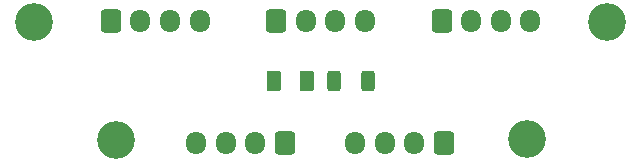
<source format=gts>
%TF.GenerationSoftware,KiCad,Pcbnew,8.0.2*%
%TF.CreationDate,2024-12-05T13:35:58-07:00*%
%TF.ProjectId,cansplitterV3,63616e73-706c-4697-9474-657256332e6b,rev?*%
%TF.SameCoordinates,Original*%
%TF.FileFunction,Soldermask,Top*%
%TF.FilePolarity,Negative*%
%FSLAX46Y46*%
G04 Gerber Fmt 4.6, Leading zero omitted, Abs format (unit mm)*
G04 Created by KiCad (PCBNEW 8.0.2) date 2024-12-05 13:35:58*
%MOMM*%
%LPD*%
G01*
G04 APERTURE LIST*
G04 Aperture macros list*
%AMRoundRect*
0 Rectangle with rounded corners*
0 $1 Rounding radius*
0 $2 $3 $4 $5 $6 $7 $8 $9 X,Y pos of 4 corners*
0 Add a 4 corners polygon primitive as box body*
4,1,4,$2,$3,$4,$5,$6,$7,$8,$9,$2,$3,0*
0 Add four circle primitives for the rounded corners*
1,1,$1+$1,$2,$3*
1,1,$1+$1,$4,$5*
1,1,$1+$1,$6,$7*
1,1,$1+$1,$8,$9*
0 Add four rect primitives between the rounded corners*
20,1,$1+$1,$2,$3,$4,$5,0*
20,1,$1+$1,$4,$5,$6,$7,0*
20,1,$1+$1,$6,$7,$8,$9,0*
20,1,$1+$1,$8,$9,$2,$3,0*%
G04 Aperture macros list end*
%ADD10C,3.200000*%
%ADD11RoundRect,0.250000X-0.600000X-0.725000X0.600000X-0.725000X0.600000X0.725000X-0.600000X0.725000X0*%
%ADD12O,1.700000X1.950000*%
%ADD13RoundRect,0.250000X-0.375000X-0.625000X0.375000X-0.625000X0.375000X0.625000X-0.375000X0.625000X0*%
%ADD14RoundRect,0.250000X0.600000X0.725000X-0.600000X0.725000X-0.600000X-0.725000X0.600000X-0.725000X0*%
%ADD15RoundRect,0.250000X0.312500X0.625000X-0.312500X0.625000X-0.312500X-0.625000X0.312500X-0.625000X0*%
G04 APERTURE END LIST*
D10*
%TO.C,H2*%
X80400000Y-53975000D03*
%TD*%
D11*
%TO.C,J5*%
X108000000Y-43875000D03*
D12*
X110500000Y-43875000D03*
X113000000Y-43875000D03*
X115500000Y-43875000D03*
%TD*%
D13*
%TO.C,D1*%
X93831250Y-49000000D03*
X96631250Y-49000000D03*
%TD*%
D11*
%TO.C,J3*%
X80000000Y-43875000D03*
D12*
X82500000Y-43875000D03*
X85000000Y-43875000D03*
X87500000Y-43875000D03*
%TD*%
D10*
%TO.C,H2*%
X122000000Y-44000000D03*
%TD*%
D14*
%TO.C,J1*%
X108200000Y-54200000D03*
D12*
X105700000Y-54200000D03*
X103200000Y-54200000D03*
X100700000Y-54200000D03*
%TD*%
D15*
%TO.C,R1*%
X101793750Y-49000000D03*
X98868750Y-49000000D03*
%TD*%
D10*
%TO.C,H2*%
X73500000Y-44000000D03*
%TD*%
D11*
%TO.C,J4*%
X94000000Y-43900000D03*
D12*
X96500000Y-43900000D03*
X99000000Y-43900000D03*
X101500000Y-43900000D03*
%TD*%
D14*
%TO.C,J2*%
X94700000Y-54200000D03*
D12*
X92200000Y-54200000D03*
X89700000Y-54200000D03*
X87200000Y-54200000D03*
%TD*%
D10*
%TO.C,H2*%
X115200000Y-53900000D03*
%TD*%
M02*

</source>
